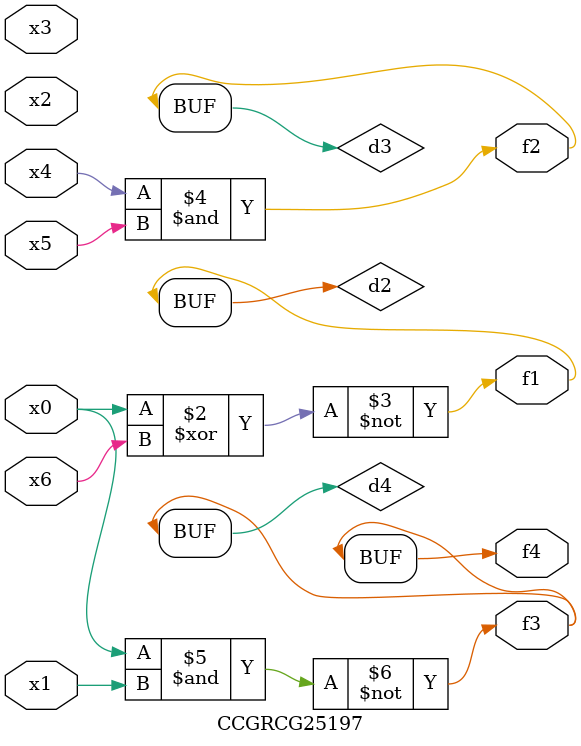
<source format=v>
module CCGRCG25197(
	input x0, x1, x2, x3, x4, x5, x6,
	output f1, f2, f3, f4
);

	wire d1, d2, d3, d4;

	nor (d1, x0);
	xnor (d2, x0, x6);
	and (d3, x4, x5);
	nand (d4, x0, x1);
	assign f1 = d2;
	assign f2 = d3;
	assign f3 = d4;
	assign f4 = d4;
endmodule

</source>
